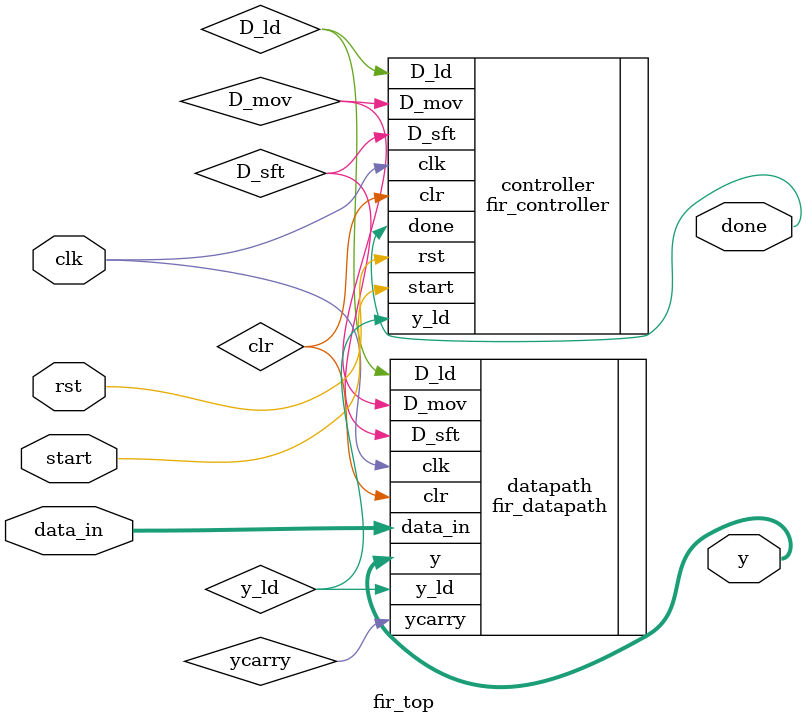
<source format=v>
module fir_top (
    input clk, rst, start,
    input [7:0] data_in,
    output [15:0] y,
    output done
);
    wire y_ld, D_ld, D_mov, D_sft, clr, ycarry;

    fir_datapath datapath (
        .y(y),
        .y_ld(y_ld),
        .D_ld(D_ld),
        .D_mov(D_mov),
        .D_sft(D_sft),
        .clr(clr),
        .data_in(data_in),
        .clk(clk),
        .ycarry(ycarry)
    );

    fir_controller controller (
        .y_ld(y_ld),
        .D_ld(D_ld),
        .D_mov(D_mov),
        .D_sft(D_sft),
        .clr(clr),
        .clk(clk),
        .rst(rst),
        .start(start),
        .done(done)
    );
endmodule

</source>
